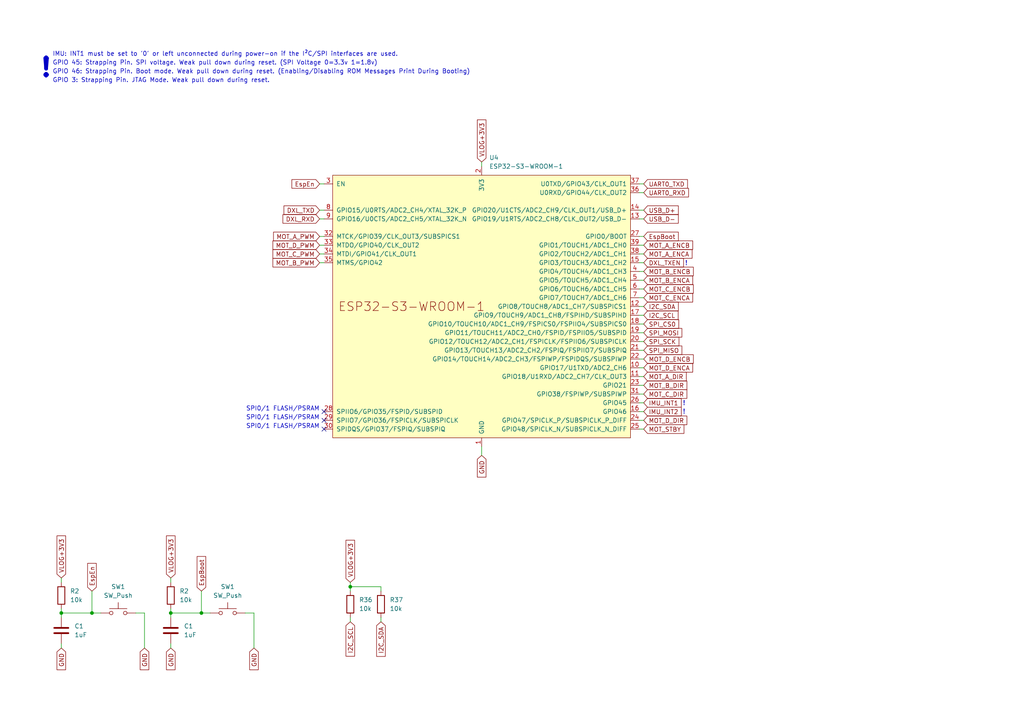
<source format=kicad_sch>
(kicad_sch (version 20230121) (generator eeschema)
  (paper "A4")
  (lib_symbols
    (symbol "Device:C" (pin_numbers hide) (pin_names (offset 0.254))
      (property "Reference" "C" (at 0.635 2.54 0))
      (property "Value" "C" (at 0.635 -2.54 0))
      (symbol "C_0_1"
        (polyline (pts (xy -2.032 -0.762) (xy 2.032 -0.762)) (stroke (width 0.508)))
        (polyline (pts (xy -2.032 0.762) (xy 2.032 0.762)) (stroke (width 0.508)))
      )
      (symbol "C_1_1"
        (pin passive line (at 0 3.81 270) (length 2.794) (name "~") (number "1"))
        (pin passive line (at 0 -3.81 90) (length 2.794) (name "~") (number "2"))
      )
    )
    (symbol "Device:R" (pin_numbers hide) (pin_names (offset 0))
      (property "Reference" "R" (at 2.032 0 90))
      (property "Value" "R" (at 0 0 90))
      (symbol "R_0_1"
        (rectangle (start -1.016 -2.54) (end 1.016 2.54) (stroke (width 0.254)))
      )
      (symbol "R_1_1"
        (pin passive line (at 0 3.81 270) (length 1.27) (name "~") (number "1"))
        (pin passive line (at 0 -3.81 90) (length 1.27) (name "~") (number "2"))
      )
    )
    (symbol "Espressif:ESP32-S3-WROOM-1" (pin_names (offset 1.016))
      (property "Reference" "U" (at -43.18 43.18 0))
      (property "Value" "ESP32-S3-WROOM-1" (at -43.18 40.64 0))
      (symbol "ESP32-S3-WROOM-1_0_0"
        (text "ESP32-S3-WROOM-1" (at -20.32 0 0) (effects (font (size 2.54 2.54))))
        (pin power_in line (at 0 -40.64 90) (length 2.54) (name "GND") (number "1"))
        (pin bidirectional line (at 45.72 -17.78 180) (length 2.54) (name "GPIO17/U1TXD/ADC2_CH6") (number "10"))
        (pin bidirectional line (at 45.72 -20.32 180) (length 2.54) (name "GPIO18/U1RXD/ADC2_CH7/CLK_OUT3") (number "11"))
        (pin bidirectional line (at 45.72 0 180) (length 2.54) (name "GPIO8/TOUCH8/ADC1_CH7/SUBSPICS1") (number "12"))
        (pin bidirectional line (at 45.72 25.4 180) (length 2.54) (name "GPIO19/U1RTS/ADC2_CH8/CLK_OUT2/USB_D-") (number "13"))
        (pin bidirectional line (at 45.72 27.94 180) (length 2.54) (name "GPIO20/U1CTS/ADC2_CH9/CLK_OUT1/USB_D+") (number "14"))
        (pin bidirectional line (at 45.72 12.7 180) (length 2.54) (name "GPIO3/TOUCH3/ADC1_CH2") (number "15"))
        (pin bidirectional line (at 45.72 -30.48 180) (length 2.54) (name "GPIO46") (number "16"))
        (pin bidirectional line (at 45.72 -2.54 180) (length 2.54) (name "GPIO9/TOUCH9/ADC1_CH8/FSPIHD/SUBSPIHD") (number "17"))
        (pin bidirectional line (at 45.72 -5.08 180) (length 2.54) (name "GPIO10/TOUCH10/ADC1_CH9/FSPICS0/FSPIIO4/SUBSPICS0") (number "18"))
        (pin bidirectional line (at 45.72 -7.62 180) (length 2.54) (name "GPIO11/TOUCH11/ADC2_CH0/FSPID/FSPIIO5/SUBSPID") (number "19"))
        (pin power_in line (at 0 40.64 270) (length 2.54) (name "3V3") (number "2"))
        (pin bidirectional line (at 45.72 -10.16 180) (length 2.54) (name "GPIO12/TOUCH12/ADC2_CH1/FSPICLK/FSPIIO6/SUBSPICLK") (number "20"))
        (pin bidirectional line (at 45.72 -12.7 180) (length 2.54) (name "GPIO13/TOUCH13/ADC2_CH2/FSPIQ/FSPIIO7/SUBSPIQ") (number "21"))
        (pin bidirectional line (at 45.72 -15.24 180) (length 2.54) (name "GPIO14/TOUCH14/ADC2_CH3/FSPIWP/FSPIDQS/SUBSPIWP") (number "22"))
        (pin bidirectional line (at 45.72 -22.86 180) (length 2.54) (name "GPIO21") (number "23"))
        (pin bidirectional line (at 45.72 -33.02 180) (length 2.54) (name "GPIO47/SPICLK_P/SUBSPICLK_P_DIFF") (number "24"))
        (pin bidirectional line (at 45.72 -35.56 180) (length 2.54) (name "GPIO48/SPICLK_N/SUBSPICLK_N_DIFF") (number "25"))
        (pin bidirectional line (at 45.72 -27.94 180) (length 2.54) (name "GPIO45") (number "26"))
        (pin bidirectional line (at 45.72 20.32 180) (length 2.54) (name "GPIO0/BOOT") (number "27"))
        (pin bidirectional line (at -45.72 -30.48 0) (length 2.54) (name "SPIIO6/GPIO35/FSPID/SUBSPID") (number "28"))
        (pin bidirectional line (at -45.72 -33.02 0) (length 2.54) (name "SPIIO7/GPIO36/FSPICLK/SUBSPICLK") (number "29"))
        (pin input line (at -45.72 35.56 0) (length 2.54) (name "EN") (number "3"))
        (pin bidirectional line (at -45.72 -35.56 0) (length 2.54) (name "SPIDQS/GPIO37/FSPIQ/SUBSPIQ") (number "30"))
        (pin bidirectional line (at 45.72 -25.4 180) (length 2.54) (name "GPIO38/FSPIWP/SUBSPIWP") (number "31"))
        (pin bidirectional line (at -45.72 20.32 0) (length 2.54) (name "MTCK/GPIO39/CLK_OUT3/SUBSPICS1") (number "32"))
        (pin bidirectional line (at -45.72 17.78 0) (length 2.54) (name "MTDO/GPIO40/CLK_OUT2") (number "33"))
        (pin bidirectional line (at -45.72 15.24 0) (length 2.54) (name "MTDI/GPIO41/CLK_OUT1") (number "34"))
        (pin bidirectional line (at -45.72 12.7 0) (length 2.54) (name "MTMS/GPIO42") (number "35"))
        (pin bidirectional line (at 45.72 33.02 180) (length 2.54) (name "U0RXD/GPIO44/CLK_OUT2") (number "36"))
        (pin bidirectional line (at 45.72 35.56 180) (length 2.54) (name "U0TXD/GPIO43/CLK_OUT1") (number "37"))
        (pin bidirectional line (at 45.72 15.24 180) (length 2.54) (name "GPIO2/TOUCH2/ADC1_CH1") (number "38"))
        (pin bidirectional line (at 45.72 17.78 180) (length 2.54) (name "GPIO1/TOUCH1/ADC1_CH0") (number "39"))
        (pin bidirectional line (at 45.72 10.16 180) (length 2.54) (name "GPIO4/TOUCH4/ADC1_CH3") (number "4"))
        (pin passive line (at 0 -40.64 90) (length 2.54) hide (name "GND") (number "40"))
        (pin passive line (at 0 -40.64 90) (length 2.54) hide (name "GND") (number "41"))
        (pin bidirectional line (at 45.72 7.62 180) (length 2.54) (name "GPIO5/TOUCH5/ADC1_CH4") (number "5"))
        (pin bidirectional line (at 45.72 5.08 180) (length 2.54) (name "GPIO6/TOUCH6/ADC1_CH5") (number "6"))
        (pin bidirectional line (at 45.72 2.54 180) (length 2.54) (name "GPIO7/TOUCH7/ADC1_CH6") (number "7"))
        (pin bidirectional line (at -45.72 27.94 0) (length 2.54) (name "GPIO15/U0RTS/ADC2_CH4/XTAL_32K_P") (number "8"))
        (pin bidirectional line (at -45.72 25.4 0) (length 2.54) (name "GPIO16/U0CTS/ADC2_CH5/XTAL_32K_N") (number "9"))
      )
      (symbol "ESP32-S3-WROOM-1_0_1"
        (rectangle (start -43.18 38.1) (end 43.18 -38.1) (fill (type background)))
      )
    )
    (symbol "Switch:SW_Push" (pin_numbers hide) (pin_names (offset 1.016) hide)
      (property "Reference" "SW" (at 1.27 2.54 0))
      (property "Value" "SW_Push" (at 0 -1.524 0))
      (symbol "SW_Push_0_1"
        (circle (center -2.032 0) (radius 0.508))
        (polyline (pts (xy 0 1.27) (xy 0 3.048)))
        (polyline (pts (xy 2.54 1.27) (xy -2.54 1.27)))
        (circle (center 2.032 0) (radius 0.508))
        (pin passive line (at -5.08 0 0) (length 2.54) (name "1") (number "1"))
        (pin passive line (at 5.08 0 180) (length 2.54) (name "2") (number "2"))
      )
    )
  )
  (junction (at 101.6 170.18))
  (junction (at 17.78 177.8))
  (junction (at 26.67 177.8))
  (junction (at 49.53 177.8))
  (junction (at 58.42 177.8))
  (no_connect (at 93.98 119.38))
  (no_connect (at 93.98 124.46))
  (no_connect (at 93.98 121.92))
  (wire (pts (xy 186.69 99.06) (xy 185.42 99.06)))
  (wire (pts (xy 139.7 46.99) (xy 139.7 48.26)))
  (wire (pts (xy 186.69 96.52) (xy 185.42 96.52)))
  (wire (pts (xy 185.42 121.92) (xy 186.69 121.92)))
  (wire (pts (xy 185.42 91.44) (xy 186.69 91.44)))
  (wire (pts (xy 185.42 119.38) (xy 186.69 119.38)))
  (wire (pts (xy 185.42 78.74) (xy 186.69 78.74)))
  (wire (pts (xy 17.78 167.64) (xy 17.78 168.91)))
  (wire (pts (xy 139.7 129.54) (xy 139.7 132.08)))
  (wire (pts (xy 101.6 168.91) (xy 101.6 170.18)))
  (wire (pts (xy 185.42 104.14) (xy 186.69 104.14)))
  (wire (pts (xy 185.42 81.28) (xy 186.69 81.28)))
  (wire (pts (xy 17.78 176.53) (xy 17.78 177.8)))
  (wire (pts (xy 92.71 68.58) (xy 93.98 68.58)))
  (wire (pts (xy 49.53 186.69) (xy 49.53 187.96)))
  (wire (pts (xy 110.49 180.34) (xy 110.49 179.07)))
  (wire (pts (xy 17.78 186.69) (xy 17.78 187.96)))
  (wire (pts (xy 58.42 177.8) (xy 60.96 177.8)))
  (wire (pts (xy 185.42 71.12) (xy 186.69 71.12)))
  (wire (pts (xy 58.42 177.8) (xy 49.53 177.8)))
  (wire (pts (xy 73.66 177.8) (xy 73.66 187.96)))
  (wire (pts (xy 49.53 177.8) (xy 49.53 179.07)))
  (wire (pts (xy 110.49 171.45) (xy 110.49 170.18)))
  (wire (pts (xy 185.42 124.46) (xy 186.69 124.46)))
  (wire (pts (xy 49.53 176.53) (xy 49.53 177.8)))
  (wire (pts (xy 185.42 68.58) (xy 186.69 68.58)))
  (wire (pts (xy 186.69 55.88) (xy 185.42 55.88)))
  (wire (pts (xy 185.42 76.2) (xy 186.69 76.2)))
  (wire (pts (xy 185.42 114.3) (xy 186.69 114.3)))
  (wire (pts (xy 93.98 63.5) (xy 92.71 63.5)))
  (wire (pts (xy 185.42 60.96) (xy 186.69 60.96)))
  (wire (pts (xy 186.69 93.98) (xy 185.42 93.98)))
  (wire (pts (xy 185.42 83.82) (xy 186.69 83.82)))
  (wire (pts (xy 26.67 171.45) (xy 26.67 177.8)))
  (wire (pts (xy 186.69 101.6) (xy 185.42 101.6)))
  (wire (pts (xy 73.66 177.8) (xy 71.12 177.8)))
  (wire (pts (xy 49.53 167.64) (xy 49.53 168.91)))
  (wire (pts (xy 92.71 76.2) (xy 93.98 76.2)))
  (wire (pts (xy 185.42 111.76) (xy 186.69 111.76)))
  (wire (pts (xy 92.71 53.34) (xy 93.98 53.34)))
  (wire (pts (xy 101.6 170.18) (xy 101.6 171.45)))
  (wire (pts (xy 26.67 177.8) (xy 17.78 177.8)))
  (wire (pts (xy 93.98 60.96) (xy 92.71 60.96)))
  (wire (pts (xy 17.78 177.8) (xy 17.78 179.07)))
  (wire (pts (xy 41.91 177.8) (xy 41.91 187.96)))
  (wire (pts (xy 92.71 73.66) (xy 93.98 73.66)))
  (wire (pts (xy 185.42 88.9) (xy 186.69 88.9)))
  (wire (pts (xy 101.6 180.34) (xy 101.6 179.07)))
  (wire (pts (xy 186.69 53.34) (xy 185.42 53.34)))
  (wire (pts (xy 58.42 171.45) (xy 58.42 177.8)))
  (wire (pts (xy 185.42 73.66) (xy 186.69 73.66)))
  (wire (pts (xy 110.49 170.18) (xy 101.6 170.18)))
  (wire (pts (xy 185.42 63.5) (xy 186.69 63.5)))
  (wire (pts (xy 185.42 116.84) (xy 186.69 116.84)))
  (wire (pts (xy 185.42 106.68) (xy 186.69 106.68)))
  (wire (pts (xy 92.71 71.12) (xy 93.98 71.12)))
  (wire (pts (xy 41.91 177.8) (xy 39.37 177.8)))
  (wire (pts (xy 26.67 177.8) (xy 29.21 177.8)))
  (wire (pts (xy 185.42 109.22) (xy 186.69 109.22)))
  (wire (pts (xy 185.42 86.36) (xy 186.69 86.36)))
  (text "SPI0/1 FLASH/PSRAM" (at 92.71 119.38 0) (effects (font (size 1.27 1.27)) (justify right bottom)))
  (text "SPI0/1 FLASH/PSRAM" (at 92.71 124.46 0) (effects (font (size 1.27 1.27)) (justify right bottom)))
  (text "GPIO 45: Strapping Pin. SPI voltage. Weak pull down during reset. (SPI Voltage 0=3.3v 1=1.8v)" (at 15.24 19.05 0) (effects (font (size 1.27 1.27)) (justify left bottom)))
  (text "SPI0/1 FLASH/PSRAM" (at 92.71 121.92 0) (effects (font (size 1.27 1.27)) (justify right bottom)))
  (text "GPIO 46: Strapping Pin. Boot mode. Weak pull down during reset. (Enabling/Disabling ROM Messages Print During Booting)" (at 15.24 21.59 0) (effects (font (size 1.27 1.27)) (justify left bottom)))
  (text "GPIO 3: Strapping Pin. JTAG Mode. Weak pull down during reset." (at 15.24 24.13 0) (effects (font (size 1.27 1.27)) (justify left bottom)))
  (text "IMU: INT1 must be set to '0' or left unconnected during power-on if the I²C/SPI interfaces are used." (at 15.24 16.51 0) (effects (font (size 1.27 1.27)) (justify left bottom)))
  (text "!" (at 198.6537 77.2286 0) (effects (font (size 1.27 1.27)) (justify left bottom)))
  (text "!" (at 198.0288 120.2904 0) (effects (font (size 1.27 1.27)) (justify left bottom)))
  (text "!" (at 11.43 22.86 0) (effects (font (size 5.27 5.27) (thickness 1.054) bold) (justify left bottom)))
  (text "!" (at 198.0288 117.8251 0) (effects (font (size 1.27 1.27)) (justify left bottom)))
  (global_label "SPI_MOSI" (shape input) (at 186.69 96.52 0) (property "Intersheetrefs" "${INTERSHEET_REFS}" (effects hide)))
  (global_label "GND" (shape input) (at 49.53 187.96 270) (property "Intersheetrefs" "${INTERSHEET_REFS}" (effects hide)))
  (global_label "IMU_INT1" (shape input) (at 186.69 116.84 0) (property "Intersheetrefs" "${INTERSHEET_REFS}" (effects hide)))
  (global_label "MOT_A_DIR" (shape input) (at 186.69 109.22 0) (property "Intersheetrefs" "${INTERSHEET_REFS}" (effects hide)))
  (global_label "IMU_INT2" (shape input) (at 186.69 119.38 0) (property "Intersheetrefs" "${INTERSHEET_REFS}" (effects hide)))
  (global_label "VLOG+3V3" (shape input) (at 49.53 167.64 90) (property "Intersheetrefs" "${INTERSHEET_REFS}" (effects hide)))
  (global_label "I2C_SDA" (shape input) (at 186.69 88.9 0) (property "Intersheetrefs" "${INTERSHEET_REFS}" (effects hide)))
  (global_label "SPI_SCK" (shape input) (at 186.69 99.06 0) (property "Intersheetrefs" "${INTERSHEET_REFS}" (effects hide)))
  (global_label "MOT_C_DIR" (shape input) (at 186.69 114.3 0) (property "Intersheetrefs" "${INTERSHEET_REFS}" (effects hide)))
  (global_label "USB_D+" (shape input) (at 186.69 60.96 0) (property "Intersheetrefs" "${INTERSHEET_REFS}" (effects hide)))
  (global_label "GND" (shape input) (at 41.91 187.96 270) (property "Intersheetrefs" "${INTERSHEET_REFS}" (effects hide)))
  (global_label "VLOG+3V3" (shape input) (at 101.6 168.91 90) (property "Intersheetrefs" "${INTERSHEET_REFS}" (effects hide)))
  (global_label "I2C_SDA" (shape input) (at 110.49 180.34 270) (property "Intersheetrefs" "${INTERSHEET_REFS}" (effects hide)))
  (global_label "MOT_B_ENCA" (shape input) (at 186.69 81.28 0) (property "Intersheetrefs" "${INTERSHEET_REFS}" (effects hide)))
  (global_label "GND" (shape input) (at 139.7 132.08 270) (property "Intersheetrefs" "${INTERSHEET_REFS}" (effects hide)))
  (global_label "EspBoot" (shape input) (at 58.42 171.45 90) (property "Intersheetrefs" "${INTERSHEET_REFS}" (effects hide)))
  (global_label "EspBoot" (shape input) (at 186.69 68.58 0) (property "Intersheetrefs" "${INTERSHEET_REFS}" (effects hide)))
  (global_label "SPI_MISO" (shape input) (at 186.69 101.6 0) (property "Intersheetrefs" "${INTERSHEET_REFS}" (effects hide)))
  (global_label "MOT_A_ENCA" (shape input) (at 186.69 73.66 0) (property "Intersheetrefs" "${INTERSHEET_REFS}" (effects hide)))
  (global_label "MOT_B_PWM" (shape input) (at 92.71 76.2 180) (property "Intersheetrefs" "${INTERSHEET_REFS}" (effects hide)))
  (global_label "MOT_D_ENCB" (shape input) (at 186.69 104.14 0) (property "Intersheetrefs" "${INTERSHEET_REFS}" (effects hide)))
  (global_label "DXL_TXD" (shape input) (at 92.71 60.96 180) (property "Intersheetrefs" "${INTERSHEET_REFS}" (effects hide)))
  (global_label "MOT_D_PWM" (shape input) (at 92.71 71.12 180) (property "Intersheetrefs" "${INTERSHEET_REFS}" (effects hide)))
  (global_label "MOT_C_ENCA" (shape input) (at 186.69 86.36 0) (property "Intersheetrefs" "${INTERSHEET_REFS}" (effects hide)))
  (global_label "I2C_SCL" (shape input) (at 101.6 180.34 270) (property "Intersheetrefs" "${INTERSHEET_REFS}" (effects hide)))
  (global_label "EspEn" (shape input) (at 26.67 171.45 90) (property "Intersheetrefs" "${INTERSHEET_REFS}" (effects hide)))
  (global_label "UART0_RXD" (shape input) (at 186.69 55.88 0) (property "Intersheetrefs" "${INTERSHEET_REFS}" (effects hide)))
  (global_label "DXL_TXEN" (shape input) (at 186.69 76.2 0) (property "Intersheetrefs" "${INTERSHEET_REFS}" (effects hide)))
  (global_label "MOT_C_PWM" (shape input) (at 92.71 73.66 180) (property "Intersheetrefs" "${INTERSHEET_REFS}" (effects hide)))
  (global_label "I2C_SCL" (shape input) (at 186.69 91.44 0) (property "Intersheetrefs" "${INTERSHEET_REFS}" (effects hide)))
  (global_label "DXL_RXD" (shape input) (at 92.71 63.5 180) (property "Intersheetrefs" "${INTERSHEET_REFS}" (effects hide)))
  (global_label "VLOG+3V3" (shape input) (at 139.7 46.99 90) (property "Intersheetrefs" "${INTERSHEET_REFS}" (effects hide)))
  (global_label "MOT_D_ENCA" (shape input) (at 186.69 106.68 0) (property "Intersheetrefs" "${INTERSHEET_REFS}" (effects hide)))
  (global_label "MOT_C_ENCB" (shape input) (at 186.69 83.82 0) (property "Intersheetrefs" "${INTERSHEET_REFS}" (effects hide)))
  (global_label "MOT_A_PWM" (shape input) (at 92.71 68.58 180) (property "Intersheetrefs" "${INTERSHEET_REFS}" (effects hide)))
  (global_label "VLOG+3V3" (shape input) (at 17.78 167.64 90) (property "Intersheetrefs" "${INTERSHEET_REFS}" (effects hide)))
  (global_label "SPI_CS0" (shape input) (at 186.69 93.98 0) (property "Intersheetrefs" "${INTERSHEET_REFS}" (effects hide)))
  (global_label "MOT_A_ENCB" (shape input) (at 186.69 71.12 0) (property "Intersheetrefs" "${INTERSHEET_REFS}" (effects hide)))
  (global_label "MOT_B_ENCB" (shape input) (at 186.69 78.74 0) (property "Intersheetrefs" "${INTERSHEET_REFS}" (effects hide)))
  (global_label "GND" (shape input) (at 73.66 187.96 270) (property "Intersheetrefs" "${INTERSHEET_REFS}" (effects hide)))
  (global_label "MOT_STBY" (shape input) (at 186.69 124.46 0) (property "Intersheetrefs" "${INTERSHEET_REFS}" (effects hide)))
  (global_label "UART0_TXD" (shape input) (at 186.69 53.34 0) (property "Intersheetrefs" "${INTERSHEET_REFS}" (effects hide)))
  (global_label "MOT_B_DIR" (shape input) (at 186.69 111.76 0) (property "Intersheetrefs" "${INTERSHEET_REFS}" (effects hide)))
  (global_label "GND" (shape input) (at 17.78 187.96 270) (property "Intersheetrefs" "${INTERSHEET_REFS}" (effects hide)))
  (global_label "USB_D-" (shape input) (at 186.69 63.5 0) (property "Intersheetrefs" "${INTERSHEET_REFS}" (effects hide)))
  (global_label "MOT_D_DIR" (shape input) (at 186.69 121.92 0) (property "Intersheetrefs" "${INTERSHEET_REFS}" (effects hide)))
  (global_label "EspEn" (shape input) (at 92.71 53.34 180) (property "Intersheetrefs" "${INTERSHEET_REFS}" (effects hide)))
  (symbol (lib_id "Device:R") (at 101.6 175.26 0) (unit 1)
    (property "Reference" "R36" (at 104.14 173.9899 0) (effects (justify left)))
    (property "Value" "10k" (at 104.14 176.5299 0) (effects (justify left)))
    (property "Footprint" "Resistor_SMD:R_0603_1608Metric" (effects hide))
  )
  (symbol (lib_id "Device:C") (at 49.53 182.88 0) (unit 1)
    (property "Reference" "C1" (at 53.34 181.6099 0) (effects (justify left)))
    (property "Value" "1uF" (at 53.34 184.1499 0) (effects (justify left)))
    (property "Footprint" "Capacitor_SMD:C_0603_1608Metric" (effects hide))
    (instances (project "ModuleController" (path "" (reference "C1") (unit 1))) (project "Edurob" (path "" (reference "C8") (unit 1))))
  )
  (symbol (lib_id "Espressif:ESP32-S3-WROOM-1") (at 139.7 88.9 0) (unit 1)
    (property "Reference" "U4" (at 141.8941 45.72 0) (effects (justify left)))
    (property "Value" "ESP32-S3-WROOM-1" (at 141.8941 48.26 0) (effects (justify left)))
    (property "Footprint" "Footprints:ESP32-S3-WROOM-1U" (effects hide))
    (property "Datasheet" "https://www.espressif.com/sites/default/files/documentation/esp32-s3-wroom-1_wroom-1u_datasheet_en.pdf" (effects hide))
  )
  (symbol (lib_id "Device:R") (at 49.53 172.72 0) (unit 1)
    (property "Reference" "R2" (at 52.07 171.4499 0) (effects (justify left)))
    (property "Value" "10k" (at 52.07 173.9899 0) (effects (justify left)))
    (property "Footprint" "Resistor_SMD:R_0603_1608Metric" (effects hide))
    (instances (project "ModuleController" (path "" (reference "R2") (unit 1))) (project "Edurob" (path "" (reference "R4") (unit 1))))
  )
  (symbol (lib_id "Device:C") (at 17.78 182.88 0) (unit 1)
    (property "Reference" "C1" (at 21.59 181.6099 0) (effects (justify left)))
    (property "Value" "1uF" (at 21.59 184.1499 0) (effects (justify left)))
    (property "Footprint" "Capacitor_SMD:C_0603_1608Metric" (effects hide))
    (instances (project "ModuleController" (path "" (reference "C1") (unit 1))) (project "Edurob" (path "" (reference "C2") (unit 1))))
  )
  (symbol (lib_id "Device:R") (at 17.78 172.72 0) (unit 1)
    (property "Reference" "R2" (at 20.32 171.4499 0) (effects (justify left)))
    (property "Value" "10k" (at 20.32 173.9899 0) (effects (justify left)))
    (property "Footprint" "Resistor_SMD:R_0603_1608Metric" (effects hide))
  )
  (symbol (lib_id "Device:R") (at 110.49 175.26 0) (unit 1)
    (property "Reference" "R37" (at 113.03 173.9899 0) (effects (justify left)))
    (property "Value" "10k" (at 113.03 176.5299 0) (effects (justify left)))
    (property "Footprint" "Resistor_SMD:R_0603_1608Metric" (effects hide))
  )
  (symbol (lib_id "Switch:SW_Push") (at 66.04 177.8 0) (unit 1)
    (property "Reference" "SW1" (at 66.04 170.18 0))
    (property "Value" "SW_Push" (at 66.04 172.72 0))
    (property "Footprint" "Button_Switch_THT:SW_Tactile_SPST_Angled_PTS645Vx83-2LFS" (effects hide))
  )
  (symbol (lib_id "Switch:SW_Push") (at 34.29 177.8 0) (unit 1)
    (property "Reference" "SW1" (at 34.29 170.18 0))
    (property "Value" "SW_Push" (at 34.29 172.72 0))
    (property "Footprint" "Button_Switch_THT:SW_Tactile_SPST_Angled_PTS645Vx83-2LFS" (effects hide))
    (instances (project "ModuleController" (path "" (reference "SW1") (unit 1))) (project "Edurob" (path "" (reference "SW2") (unit 1))))
  )
)
</source>
